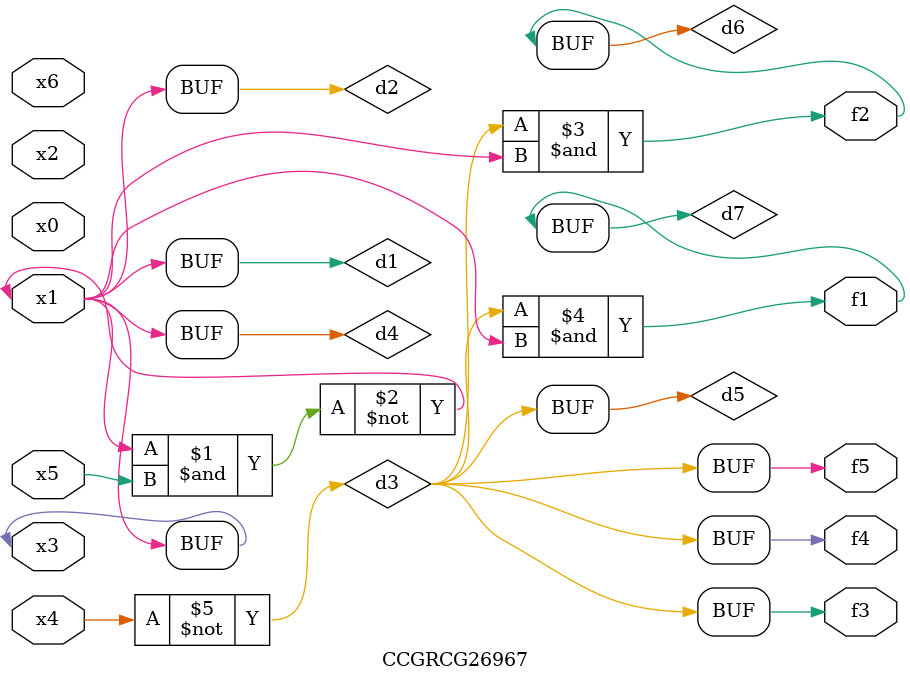
<source format=v>
module CCGRCG26967(
	input x0, x1, x2, x3, x4, x5, x6,
	output f1, f2, f3, f4, f5
);

	wire d1, d2, d3, d4, d5, d6, d7;

	buf (d1, x1, x3);
	nand (d2, x1, x5);
	not (d3, x4);
	buf (d4, d1, d2);
	buf (d5, d3);
	and (d6, d3, d4);
	and (d7, d3, d4);
	assign f1 = d7;
	assign f2 = d6;
	assign f3 = d5;
	assign f4 = d5;
	assign f5 = d5;
endmodule

</source>
